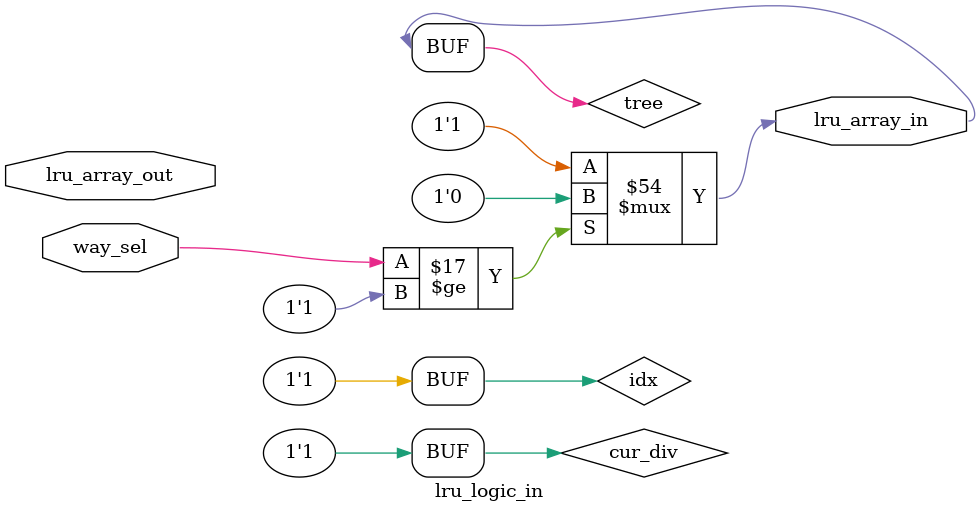
<source format=sv>
module lru_logic_in #(parameter ways = 2)
(
    // The current lru array we will modify
    input logic [ways-2:0] lru_array_out,
    // Index into the tag array that we are evicting
    input logic [$clog2(ways)-1:0] way_sel,

    // The input to the LRU array (pseudo-LRU = MRU)
    output logic [ways-2:0] lru_array_in
);

    initial
    begin // Bit magic to ensure ways is a power of 2
        pow2: assert(ways && ((ways & (ways-1)) == 0));
    end

    logic [ways-2:0] tree;              // Local variable that will be modified
    logic [$clog2(ways)-1:0] idx;       // idx of bit of interest (current root)
    logic [$clog2(ways)-1:0] cur_div;   // The comparing value for current root

	always_comb
	begin
        tree = lru_array_out;
		idx = ways-2;
        cur_div = (ways >> 1);

		for(int i= (ways >> 1); i > 0; i = i >> 1) begin

            // >= : LRU, < : MRU
            if(way_sel >= cur_div)
            begin
                tree[idx] = 1'b0;
				idx -= i;
                cur_div += (i >> 1);
            end
			else
            begin
                tree[idx] = 1'b1;
				idx -= 1;
                cur_div -= (i >> 1);
            end
		end

        lru_array_in = tree;
	end

endmodule : lru_logic_in

</source>
